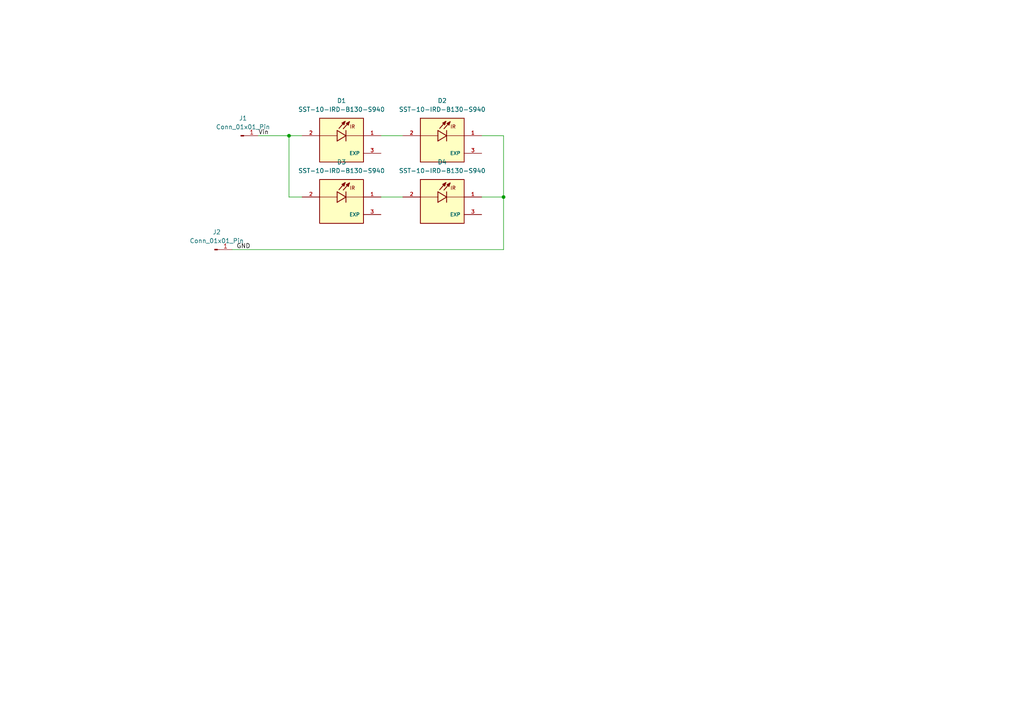
<source format=kicad_sch>
(kicad_sch (version 20230121) (generator eeschema)
  (paper "A4")
  (lib_symbols
    (symbol "Connector:Conn_01x01_Pin" (pin_names (offset 1.016) hide)
      (property "Reference" "J" (at 0 2.54 0))
      (property "Value" "Conn_01x01_Pin" (at 0 -2.54 0))
      (symbol "Conn_01x01_Pin_1_1"
        (polyline (pts (xy 1.27 0) (xy 0.8636 0)) (stroke (width 0.1524)))
        (rectangle (start 0.8636 0.127) (end 0 -0.127) (stroke (width 0.1524)) (fill (type outline)))
        (pin passive line (at 5.08 0 180) (length 3.81) (name "Pin_1") (number "1"))
      )
    )
    (symbol "SST-10-IRD-B130-S940:SST-10-IRD-B130-S940" (pin_names (offset 1.016))
      (property "Reference" "D" (at -7.62 6.35 0))
      (property "Value" "SST-10-IRD-B130-S940" (at -7.62 -8.89 0))
      (symbol "SST-10-IRD-B130-S940_0_0"
        (rectangle (start -7.62 -7.62) (end 5.08 5.08) (stroke (width 0.254)) (fill (type background)))
        (polyline (pts (xy -2.54 -1.524) (xy 0 0)) (stroke (width 0.254)))
        (polyline (pts (xy -2.54 0) (xy -7.62 0)) (stroke (width 0.1524)))
        (polyline (pts (xy -2.54 0) (xy -2.54 -1.524)) (stroke (width 0.254)))
        (polyline (pts (xy -2.54 1.524) (xy -2.54 0)) (stroke (width 0.254)))
        (polyline (pts (xy -1.1176 3.683) (xy -0.2286 4.1656)) (stroke (width 0.254)))
        (polyline (pts (xy -0.9398 3.6068) (xy -0.7112 3.7592)) (stroke (width 0.254)))
        (polyline (pts (xy -0.5588 3.2004) (xy -1.1176 3.683)) (stroke (width 0.254)))
        (polyline (pts (xy -0.5588 3.2004) (xy -0.5334 3.937)) (stroke (width 0.254)))
        (polyline (pts (xy -0.5334 3.937) (xy -0.6604 3.937)) (stroke (width 0.254)))
        (polyline (pts (xy -0.2286 4.1656) (xy -2.0066 2.1336)) (stroke (width 0.254)))
        (polyline (pts (xy -0.2286 4.1656) (xy -0.5588 3.2004)) (stroke (width 0.254)))
        (polyline (pts (xy 0 0) (xy -2.54 1.524)) (stroke (width 0.254)))
        (polyline (pts (xy 0 0) (xy 0 -1.524)) (stroke (width 0.254)))
        (polyline (pts (xy 0 1.524) (xy 0 0)) (stroke (width 0.254)))
        (polyline (pts (xy 0.127 3.5814) (xy 1.016 4.064)) (stroke (width 0.254)))
        (polyline (pts (xy 0.3048 3.5052) (xy 0.5334 3.6576)) (stroke (width 0.254)))
        (polyline (pts (xy 0.6858 3.0988) (xy 0.127 3.5814)) (stroke (width 0.254)))
        (polyline (pts (xy 0.6858 3.0988) (xy 0.7112 3.8354)) (stroke (width 0.254)))
        (polyline (pts (xy 0.7112 3.8354) (xy 0.5842 3.8354)) (stroke (width 0.254)))
        (polyline (pts (xy 1.016 4.064) (xy -0.762 2.032)) (stroke (width 0.254)))
        (polyline (pts (xy 1.016 4.064) (xy 0.6858 3.0988)) (stroke (width 0.254)))
        (polyline (pts (xy 5.08 0) (xy 0 0)) (stroke (width 0.1524)))
        (text "IR" (at 1.016 2.032 0) (effects (font (size 1.016 1.016)) (justify left bottom)))
        (pin passive line (at 10.16 0 180) (length 5.08) (name "~") (number "1"))
        (pin passive line (at -12.7 0 0) (length 5.08) (name "~") (number "2"))
        (pin passive line (at 10.16 -5.08 180) (length 5.08) (name "EXP") (number "3"))
      )
    )
  )
  (junction (at 146.05 57.15))
  (junction (at 83.82 39.37))
  (wire (pts (xy 87.63 57.15) (xy 83.82 57.15)))
  (wire (pts (xy 139.7 57.15) (xy 146.05 57.15)))
  (wire (pts (xy 74.93 39.37) (xy 83.82 39.37)))
  (wire (pts (xy 67.31 72.39) (xy 146.05 72.39)))
  (wire (pts (xy 139.7 39.37) (xy 146.05 39.37)))
  (wire (pts (xy 83.82 39.37) (xy 87.63 39.37)))
  (wire (pts (xy 146.05 57.15) (xy 146.05 72.39)))
  (wire (pts (xy 83.82 57.15) (xy 83.82 39.37)))
  (wire (pts (xy 110.49 39.37) (xy 116.84 39.37)))
  (wire (pts (xy 146.05 39.37) (xy 146.05 57.15)))
  (wire (pts (xy 110.49 57.15) (xy 116.84 57.15)))
  (label "GND" (at 68.58 72.39 0))
  (label "Vin" (at 74.93 39.37 0))
  (symbol (lib_id "SST-10-IRD-B130-S940:SST-10-IRD-B130-S940") (at 100.33 57.15 0) (unit 1)
    (property "Reference" "D3" (at 99.06 46.99 0))
    (property "Value" "SST-10-IRD-B130-S940" (at 99.06 49.53 0))
    (property "Footprint" "SST-10-IRD-B130-S940:OCI-490" (effects hide))
    (property "MF" "Luminus Devices Inc." (effects hide))
    (property "MAXIMUM_PACKAGE_HEIGHT" "2.03 mm" (effects hide))
    (property "Package" "None" (effects hide))
    (property "Price" "None" (effects hide))
    (property "Check_prices" "https://www.snapeda.com/parts/SST-10-IRD-B130-S940/Luminus+Devices+Inc./view-part/?ref=eda" (effects hide))
    (property "STANDARD" "Manufacturer Recommendations" (effects hide))
    (property "PARTREV" "01" (effects hide))
    (property "SnapEDA_Link" "https://www.snapeda.com/parts/SST-10-IRD-B130-S940/Luminus+Devices+Inc./view-part/?ref=snap" (effects hide))
    (property "MP" "SST-10-IRD-B130-S940" (effects hide))
    (property "Purchase-URL" "https://www.snapeda.com/api/url_track_click_mouser/?unipart_id=4889797&manufacturer=Luminus Devices Inc.&part_name=SST-10-IRD-B130-S940&search_term=None" (effects hide))
    (property "Description" "\nInfrared (IR) Emitter 950nm 2.8V 1.5A 410mW/sr @ 1A (Typ) 130° 1414 (3535 Metric)\n" (effects hide))
    (property "Availability" "In Stock" (effects hide))
    (property "MANUFACTURER" "Luminus" (effects hide))
  )
  (symbol (lib_id "SST-10-IRD-B130-S940:SST-10-IRD-B130-S940") (at 129.54 57.15 0) (unit 1)
    (property "Reference" "D4" (at 128.27 46.99 0))
    (property "Value" "SST-10-IRD-B130-S940" (at 128.27 49.53 0))
    (property "Footprint" "SST-10-IRD-B130-S940:OCI-490" (effects hide))
    (property "MF" "Luminus Devices Inc." (effects hide))
    (property "MAXIMUM_PACKAGE_HEIGHT" "2.03 mm" (effects hide))
    (property "Package" "None" (effects hide))
    (property "Price" "None" (effects hide))
    (property "Check_prices" "https://www.snapeda.com/parts/SST-10-IRD-B130-S940/Luminus+Devices+Inc./view-part/?ref=eda" (effects hide))
    (property "STANDARD" "Manufacturer Recommendations" (effects hide))
    (property "PARTREV" "01" (effects hide))
    (property "SnapEDA_Link" "https://www.snapeda.com/parts/SST-10-IRD-B130-S940/Luminus+Devices+Inc./view-part/?ref=snap" (effects hide))
    (property "MP" "SST-10-IRD-B130-S940" (effects hide))
    (property "Purchase-URL" "https://www.snapeda.com/api/url_track_click_mouser/?unipart_id=4889797&manufacturer=Luminus Devices Inc.&part_name=SST-10-IRD-B130-S940&search_term=None" (effects hide))
    (property "Description" "\nInfrared (IR) Emitter 950nm 2.8V 1.5A 410mW/sr @ 1A (Typ) 130° 1414 (3535 Metric)\n" (effects hide))
    (property "Availability" "In Stock" (effects hide))
    (property "MANUFACTURER" "Luminus" (effects hide))
  )
  (symbol (lib_id "Connector:Conn_01x01_Pin") (at 69.85 39.37 0) (unit 1)
    (property "Reference" "J1" (at 70.485 34.29 0))
    (property "Value" "Conn_01x01_Pin" (at 70.485 36.83 0))
    (property "Footprint" "Connector_PinHeader_1.00mm:PinHeader_1x01_P1.00mm_Vertical" (effects hide))
  )
  (symbol (lib_id "Connector:Conn_01x01_Pin") (at 62.23 72.39 0) (unit 1)
    (property "Reference" "J2" (at 62.865 67.31 0))
    (property "Value" "Conn_01x01_Pin" (at 62.865 69.85 0))
    (property "Footprint" "Connector_PinHeader_1.00mm:PinHeader_1x01_P1.00mm_Vertical" (effects hide))
  )
  (symbol (lib_id "SST-10-IRD-B130-S940:SST-10-IRD-B130-S940") (at 100.33 39.37 0) (unit 1)
    (property "Reference" "D1" (at 99.06 29.21 0))
    (property "Value" "SST-10-IRD-B130-S940" (at 99.06 31.75 0))
    (property "Footprint" "SST-10-IRD-B130-S940:OCI-490" (effects hide))
    (property "MF" "Luminus Devices Inc." (effects hide))
    (property "MAXIMUM_PACKAGE_HEIGHT" "2.03 mm" (effects hide))
    (property "Package" "None" (effects hide))
    (property "Price" "None" (effects hide))
    (property "Check_prices" "https://www.snapeda.com/parts/SST-10-IRD-B130-S940/Luminus+Devices+Inc./view-part/?ref=eda" (effects hide))
    (property "STANDARD" "Manufacturer Recommendations" (effects hide))
    (property "PARTREV" "01" (effects hide))
    (property "SnapEDA_Link" "https://www.snapeda.com/parts/SST-10-IRD-B130-S940/Luminus+Devices+Inc./view-part/?ref=snap" (effects hide))
    (property "MP" "SST-10-IRD-B130-S940" (effects hide))
    (property "Purchase-URL" "https://www.snapeda.com/api/url_track_click_mouser/?unipart_id=4889797&manufacturer=Luminus Devices Inc.&part_name=SST-10-IRD-B130-S940&search_term=None" (effects hide))
    (property "Description" "\nInfrared (IR) Emitter 950nm 2.8V 1.5A 410mW/sr @ 1A (Typ) 130° 1414 (3535 Metric)\n" (effects hide))
    (property "Availability" "In Stock" (effects hide))
    (property "MANUFACTURER" "Luminus" (effects hide))
  )
  (symbol (lib_id "SST-10-IRD-B130-S940:SST-10-IRD-B130-S940") (at 129.54 39.37 0) (unit 1)
    (property "Reference" "D2" (at 128.27 29.21 0))
    (property "Value" "SST-10-IRD-B130-S940" (at 128.27 31.75 0))
    (property "Footprint" "SST-10-IRD-B130-S940:OCI-490" (effects hide))
    (property "MF" "Luminus Devices Inc." (effects hide))
    (property "MAXIMUM_PACKAGE_HEIGHT" "2.03 mm" (effects hide))
    (property "Package" "None" (effects hide))
    (property "Price" "None" (effects hide))
    (property "Check_prices" "https://www.snapeda.com/parts/SST-10-IRD-B130-S940/Luminus+Devices+Inc./view-part/?ref=eda" (effects hide))
    (property "STANDARD" "Manufacturer Recommendations" (effects hide))
    (property "PARTREV" "01" (effects hide))
    (property "SnapEDA_Link" "https://www.snapeda.com/parts/SST-10-IRD-B130-S940/Luminus+Devices+Inc./view-part/?ref=snap" (effects hide))
    (property "MP" "SST-10-IRD-B130-S940" (effects hide))
    (property "Purchase-URL" "https://www.snapeda.com/api/url_track_click_mouser/?unipart_id=4889797&manufacturer=Luminus Devices Inc.&part_name=SST-10-IRD-B130-S940&search_term=None" (effects hide))
    (property "Description" "\nInfrared (IR) Emitter 950nm 2.8V 1.5A 410mW/sr @ 1A (Typ) 130° 1414 (3535 Metric)\n" (effects hide))
    (property "Availability" "In Stock" (effects hide))
    (property "MANUFACTURER" "Luminus" (effects hide))
  )
)
</source>
